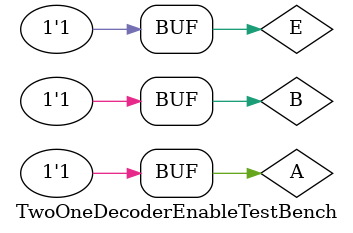
<source format=v>
`timescale 1ns / 1ps


module TwoOneDecoderEnableTestBench(

    );
    reg A;
    reg B;
    reg E;
    wire [3:0]Y;
    
    //In the parenthesis is from the current file
    //Next to the period is from the referenced file
    TwoOneDecoderEnable dut(.A(A),.B(B),.E(E),.Y(Y));
    initial begin
    A=0;
    B=0;
    E=0;
    #10;
    A=0;
    B=1;
    E=0;
    #10;
    A=1;
    B=0;
    E=0;
    #10;
    A=1;
    B=1;
    E=0;
    #10;
    A=0;
    B=0;
    E=1;
    #10;
    A=0;
    B=1;
    E=1;
    #10;
    A=1;
    B=0;
    E=1;
    #10;
    A=1;
    B=1;
    E=1;
    end
endmodule

</source>
